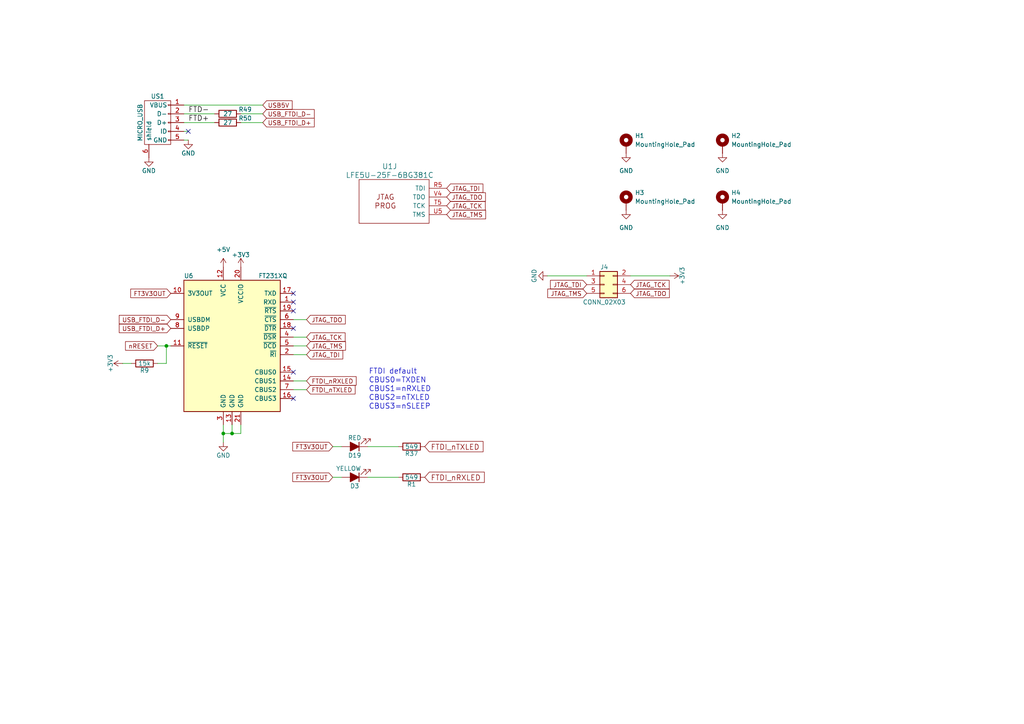
<source format=kicad_sch>
(kicad_sch (version 20250114) (generator "eeschema") (generator_version "9.0")
  (paper "A4")
  (title_block (title "USB Programming Interface - JTAG") (date "2025-11-30") (rev "1.0.0") (comment 1 "lines.") (comment 2 "activity LEDs. External 6-pin JTAG header as backup. 27Ω series resistors on USB data") (comment 3 "JTAG signals bit-banged over serial pins (CTS→TDO, DSR→TCK, DCD→TMS, RI→TDI). TX/RX") (comment 4 "USB Micro-USB connector for power and programming. FT231XQ USB-to-serial chip with"))
  (lib_symbols
    (symbol "Connector_Generic:Conn_02x03_Odd_Even" (pin_names (offset 1.016) (hide yes))
      (property "Reference" "J" (at 1.27 5.08 0))
      (property "Value" "Conn_02x03_Odd_Even" (at 1.27 -5.08 0))
      (symbol "Conn_02x03_Odd_Even_1_1"
        (pin passive line (at -5.08 2.54 0) (length 3.81) (name "Pin_1") (number "1"))
        (pin passive line (at -5.08 0 0) (length 3.81) (name "Pin_3") (number "3"))
        (pin passive line (at -5.08 -2.54 0) (length 3.81) (name "Pin_5") (number "5"))
        (pin passive line (at 7.62 2.54 180) (length 3.81) (name "Pin_2") (number "2"))
        (pin passive line (at 7.62 0 180) (length 3.81) (name "Pin_4") (number "4"))
        (pin passive line (at 7.62 -2.54 180) (length 3.81) (name "Pin_6") (number "6"))
      )
    )
    (symbol "Device:LED_ALT" (pin_numbers (hide yes)) (pin_names (offset 1.016) (hide yes))
      (property "Reference" "D" (at 0 2.54 0))
      (property "Value" "Device_LED_ALT" (at 0 -2.54 0))
      (symbol "LED_ALT_1_1"
        (pin passive line (at -3.81 0 0) (length 2.54) (name "K") (number "1"))
        (pin passive line (at 3.81 0 180) (length 2.54) (name "A") (number "2"))
      )
    )
    (symbol "Device:R" (pin_numbers (hide yes)) (pin_names (offset 0))
      (property "Reference" "R" (at 2.032 0 90))
      (property "Value" "R" (at 0 0 90))
      (symbol "R_1_1"
        (pin passive line (at 0 3.81 270) (length 1.27) (name "~") (number "1"))
        (pin passive line (at 0 -3.81 90) (length 1.27) (name "~") (number "2"))
      )
    )
    (symbol "Mechanical:MountingHole_Pad" (pin_numbers (hide yes)) (pin_names (offset 1.016) (hide yes)) (in_bom no)
      (property "Reference" "H" (at 0 6.35 0))
      (property "Value" "MountingHole_Pad" (at 0 4.445 0))
      (symbol "MountingHole_Pad_1_1"
        (pin input line (at 0 -2.54 90) (length 2.54) (name "1") (number "1"))
      )
    )
    (symbol "ftdi:FT231XQ" (pin_names (offset 1.016))
      (property "Reference" "U" (at -13.97 20.32 0))
      (property "Value" "FT231XQ" (at 6.35 20.32 0))
      (symbol "FT231XQ_1_1"
        (pin power_out line (at -17.78 15.24 0) (length 3.81) (name "3V3OUT") (number "10"))
        (pin bidirectional line (at -17.78 7.62 0) (length 3.81) (name "USBDM") (number "9"))
        (pin bidirectional line (at -17.78 5.08 0) (length 3.81) (name "USBDP") (number "8"))
        (pin input line (at -17.78 0 0) (length 3.81) (name "~{RESET}") (number "11"))
        (pin power_in line (at -2.54 22.86 270) (length 3.81) (name "VCC") (number "12"))
        (pin power_in line (at -2.54 -22.86 90) (length 3.81) (name "GND") (number "3"))
        (pin power_in line (at 0 -22.86 90) (length 3.81) (name "GND") (number "13"))
        (pin power_in line (at 2.54 22.86 270) (length 3.81) (name "VCCIO") (number "20"))
        (pin power_in line (at 2.54 -22.86 90) (length 3.81) (name "GND") (number "21"))
        (pin output line (at 17.78 15.24 180) (length 3.81) (name "TXD") (number "17"))
        (pin input line (at 17.78 12.7 180) (length 3.81) (name "RXD") (number "1"))
        (pin input line (at 17.78 10.16 180) (length 3.81) (name "~{RTS}") (number "19"))
        (pin input line (at 17.78 7.62 180) (length 3.81) (name "~{CTS}") (number "6"))
        (pin output line (at 17.78 5.08 180) (length 3.81) (name "~{DTR}") (number "18"))
        (pin output line (at 17.78 2.54 180) (length 3.81) (name "~{DSR}") (number "4"))
        (pin input line (at 17.78 0 180) (length 3.81) (name "~{DCD}") (number "5"))
        (pin input line (at 17.78 -2.54 180) (length 3.81) (name "~{RI}") (number "2"))
        (pin bidirectional line (at 17.78 -7.62 180) (length 3.81) (name "CBUS0") (number "15"))
        (pin bidirectional line (at 17.78 -10.16 180) (length 3.81) (name "CBUS1") (number "14"))
        (pin bidirectional line (at 17.78 -12.7 180) (length 3.81) (name "CBUS2") (number "7"))
        (pin bidirectional line (at 17.78 -15.24 180) (length 3.81) (name "CBUS3") (number "16"))
      )
    )
    (symbol "lfe5bg381:LFE5UM-85F-6BG381C" (pin_names (offset 1.016))
      (property "Reference" "U" (at 0 24.13 0))
      (property "Value" "LFE5UM-85F-6BG381C" (at 0 21.59 0))
      (symbol "LFE5UM-85F-6BG381C_1_1"
        (text "BANK0" (at 0 -19.05 0) (effects (font (size 1.524 1.524))))
        (pin input line (at -19.05 17.78 0) (length 5.08) (name "PCLKT0_0") (number "B11"))
        (pin input line (at -19.05 15.24 0) (length 5.08) (name "PCLKT0_1") (number "A10"))
        (pin input line (at -19.05 12.7 0) (length 5.08) (name "GR_PCLK0_1") (number "A9"))
        (pin input line (at -19.05 10.16 0) (length 5.08) (name "PT58A") (number "B9"))
        (pin input line (at -19.05 7.62 0) (length 5.08) (name "PT20A") (number "D9"))
        (pin input line (at -19.05 5.08 0) (length 5.08) (name "PT18A") (number "A7"))
        (pin input line (at -19.05 2.54 0) (length 5.08) (name "PT15A") (number "C8"))
        (pin input line (at -19.05 0 0) (length 5.08) (name "PT13A") (number "E8"))
        (pin input line (at -19.05 -2.54 0) (length 5.08) (name "PT11A") (number "C6"))
        (pin input line (at -19.05 -5.08 0) (length 5.08) (name "PT9A") (number "E7"))
        (pin input line (at -19.05 -7.62 0) (length 5.08) (name "PT6A") (number "E6"))
        (pin input line (at -19.05 -10.16 0) (length 5.08) (name "PT4A") (number "A6"))
        (pin input line (at -19.05 -12.7 0) (length 5.08) (name "PT56A") (number "D10"))
        (pin input line (at -19.05 -15.24 0) (length 5.08) (name "PT54A") (number "C9"))
        (pin input line (at 19.05 17.78 180) (length 5.08) (name "PCLKC0_0") (number "C11"))
        (pin input line (at 19.05 15.24 180) (length 5.08) (name "PCLKC0_1") (number "A11"))
        (pin input line (at 19.05 12.7 180) (length 5.08) (name "GR_PCLK0_0") (number "B10"))
        (pin input line (at 19.05 10.16 180) (length 5.08) (name "PT58B") (number "C10"))
        (pin input line (at 19.05 7.62 180) (length 5.08) (name "PT20B") (number "E9"))
        (pin input line (at 19.05 5.08 180) (length 5.08) (name "PT18B") (number "A8"))
        (pin input line (at 19.05 2.54 180) (length 5.08) (name "PT15B") (number "B8"))
        (pin input line (at 19.05 0 180) (length 5.08) (name "PT13B") (number "D8"))
        (pin input line (at 19.05 -2.54 180) (length 5.08) (name "PT11B") (number "C7"))
        (pin input line (at 19.05 -5.08 180) (length 5.08) (name "PT9B") (number "D7"))
        (pin input line (at 19.05 -7.62 180) (length 5.08) (name "PT6B") (number "D6"))
        (pin input line (at 19.05 -10.16 180) (length 5.08) (name "PT4B") (number "B6"))
        (pin input line (at 19.05 -12.7 180) (length 5.08) (name "PT56B") (number "E10"))
      )
      (symbol "LFE5UM-85F-6BG381C_2_0"
        (text "BANK1" (at 0 -26.67 0) (effects (font (size 1.524 1.524))))
      )
      (symbol "LFE5UM-85F-6BG381C_2_1"
        (pin input line (at -19.05 17.78 0) (length 5.08) (name "PT121A") (number "A19"))
        (pin input line (at -19.05 15.24 0) (length 5.08) (name "PT119A") (number "A18"))
        (pin input line (at -19.05 12.7 0) (length 5.08) (name "PT116A") (number "A17"))
        (pin input line (at -19.05 10.16 0) (length 5.08) (name "PT114A") (number "B17"))
        (pin input line (at -19.05 7.62 0) (length 5.08) (name "PT112A") (number "C16"))
        (pin input line (at -19.05 5.08 0) (length 5.08) (name "PT110A") (number "A16"))
        (pin input line (at -19.05 2.54 0) (length 5.08) (name "PT107A") (number "D15"))
        (pin input line (at -19.05 0 0) (length 5.08) (name "PT105A") (number "B15"))
        (pin input line (at -19.05 -2.54 0) (length 5.08) (name "PT85A") (number "D14"))
        (pin input line (at -19.05 -5.08 0) (length 5.08) (name "PT83A") (number "A14"))
        (pin input line (at -19.05 -7.62 0) (length 5.08) (name "PT80A") (number "D13"))
        (pin input line (at -19.05 -10.16 0) (length 5.08) (name "PT78A") (number "B13"))
        (pin input line (at -19.05 -12.7 0) (length 5.08) (name "PT76A") (number "A12"))
        (pin input line (at -19.05 -15.24 0) (length 5.08) (name "GR_PCLK1_0") (number "D12"))
        (pin input line (at -19.05 -17.78 0) (length 5.08) (name "PCLKT1_0") (number "B12"))
        (pin input line (at -19.05 -20.32 0) (length 5.08) (name "PCLKT1_1") (number "D11"))
        (pin input line (at -19.05 -22.86 0) (length 5.08) (name "PT103A") (number "A15"))
        (pin input line (at 19.05 17.78 180) (length 5.08) (name "PT121B") (number "B20"))
        (pin input line (at 19.05 15.24 180) (length 5.08) (name "PT119B") (number "B19"))
        (pin input line (at 19.05 12.7 180) (length 5.08) (name "PT116B") (number "B18"))
        (pin input line (at 19.05 10.16 180) (length 5.08) (name "PT114B") (number "C17"))
        (pin input line (at 19.05 7.62 180) (length 5.08) (name "PT112B") (number "D16"))
        (pin input line (at 19.05 5.08 180) (length 5.08) (name "PT110B") (number "B16"))
        (pin input line (at 19.05 2.54 180) (length 5.08) (name "PT107B") (number "E15"))
        (pin input line (at 19.05 0 180) (length 5.08) (name "PT105B") (number "C15"))
        (pin input line (at 19.05 -2.54 180) (length 5.08) (name "PT85B") (number "E14"))
        (pin input line (at 19.05 -5.08 180) (length 5.08) (name "PT83B") (number "C14"))
        (pin input line (at 19.05 -7.62 180) (length 5.08) (name "PT80B") (number "E13"))
        (pin input line (at 19.05 -10.16 180) (length 5.08) (name "PT78B") (number "C13"))
        (pin input line (at 19.05 -12.7 180) (length 5.08) (name "PT76B") (number "A13"))
        (pin input line (at 19.05 -15.24 180) (length 5.08) (name "GR_PCLK1_1") (number "E12"))
        (pin input line (at 19.05 -17.78 180) (length 5.08) (name "PCLKC1_0") (number "C12"))
        (pin input line (at 19.05 -20.32 180) (length 5.08) (name "PCLKC1_1") (number "E11"))
      )
      (symbol "LFE5UM-85F-6BG381C_3_0"
        (text "BANK2" (at 0 -26.67 0) (effects (font (size 1.524 1.524))))
      )
      (symbol "LFE5UM-85F-6BG381C_3_1"
        (pin input line (at -19.05 17.78 0) (length 5.08) (name "PCLKT2_0") (number "J20"))
        (pin input line (at -19.05 15.24 0) (length 5.08) (name "PCLKT2_1") (number "J19"))
        (pin input line (at -19.05 12.7 0) (length 5.08) (name "GR_PCLK2_0") (number "J18"))
        (pin input line (at -19.05 10.16 0) (length 5.08) (name "GR_PCLK2_1") (number "G19"))
        (pin input line (at -19.05 7.62 0) (length 5.08) (name "PR38C") (number "F20"))
        (pin input line (at -19.05 5.08 0) (length 5.08) (name "PR38A") (number "E20"))
        (pin input line (at -19.05 2.54 0) (length 5.08) (name "VREF1_2") (number "D20"))
        (pin input line (at -19.05 0 0) (length 5.08) (name "PR35A") (number "C20"))
        (pin input line (at -19.05 -2.54 0) (length 5.08) (name "PR20C") (number "J17"))
        (pin input line (at -19.05 -5.08 0) (length 5.08) (name "PR20A") (number "H18"))
        (pin input line (at -19.05 -7.62 0) (length 5.08) (name "PR17C") (number "G16"))
        (pin input line (at -19.05 -10.16 0) (length 5.08) (name "PR17A") (number "F17"))
        (pin input line (at -19.05 -12.7 0) (length 5.08) (name "PR14C") (number "E18"))
        (pin input line (at -19.05 -15.24 0) (length 5.08) (name "PR14A") (number "D18"))
        (pin input line (at -19.05 -17.78 0) (length 5.08) (name "PR11C") (number "E16"))
        (pin input line (at -19.05 -20.32 0) (length 5.08) (name "PR11A") (number "C18"))
        (pin input line (at -19.05 -22.86 0) (length 5.08) (name "PR29A") (number "K16"))
        (pin input line (at 19.05 17.78 180) (length 5.08) (name "PCLKC2_0") (number "K20"))
        (pin input line (at 19.05 15.24 180) (length 5.08) (name "PCLKC2_1") (number "K19"))
        (pin input line (at 19.05 12.7 180) (length 5.08) (name "PR41D") (number "K18"))
        (pin input line (at 19.05 10.16 180) (length 5.08) (name "PR41B") (number "H20"))
        (pin input line (at 19.05 7.62 180) (length 5.08) (name "PR38D") (number "G20"))
        (pin input line (at 19.05 5.08 180) (length 5.08) (name "PR38B") (number "F19"))
        (pin input line (at 19.05 2.54 180) (length 5.08) (name "PR35D") (number "E19"))
        (pin input line (at 19.05 0 180) (length 5.08) (name "PR35B") (number "D19"))
        (pin input line (at 19.05 -2.54 180) (length 5.08) (name "PR20D") (number "J16"))
        (pin input line (at 19.05 -5.08 180) (length 5.08) (name "PR20B") (number "H17"))
        (pin input line (at 19.05 -7.62 180) (length 5.08) (name "PR17D") (number "H16"))
        (pin input line (at 19.05 -10.16 180) (length 5.08) (name "PR17B") (number "G18"))
        (pin input line (at 19.05 -12.7 180) (length 5.08) (name "PR14D") (number "F18"))
        (pin input line (at 19.05 -15.24 180) (length 5.08) (name "PR14B") (number "E17"))
        (pin input line (at 19.05 -17.78 180) (length 5.08) (name "PR11D") (number "F16"))
        (pin input line (at 19.05 -20.32 180) (length 5.08) (name "PR11B") (number "D17"))
        (pin input line (at 19.05 -22.86 180) (length 5.08) (name "PR29B") (number "K17"))
      )
      (symbol "LFE5UM-85F-6BG381C_4_0"
        (text "BANK3" (at 0 -26.67 0) (effects (font (size 1.524 1.524))))
      )
      (symbol "LFE5UM-85F-6BG381C_4_1"
        (pin input line (at -19.05 17.78 0) (length 5.08) (name "GPLL0T_IN") (number "U16"))
        (pin input line (at -19.05 15.24 0) (length 5.08) (name "PR92A") (number "U18"))
        (pin input line (at -19.05 12.7 0) (length 5.08) (name "PR89C") (number "U19"))
        (pin input line (at -19.05 10.16 0) (length 5.08) (name "PR89A") (number "T19"))
        (pin input line (at -19.05 7.62 0) (length 5.08) (name "PR86C") (number "T20"))
        (pin input line (at -19.05 5.08 0) (length 5.08) (name "PR86A") (number "P20"))
        (pin input line (at -19.05 2.54 0) (length 5.08) (name "PR83C") (number "P19"))
        (pin input line (at -19.05 0 0) (length 5.08) (name "PR83A") (number "N19"))
        (pin input line (at -19.05 -2.54 0) (length 5.08) (name "PR56C") (number "R16"))
        (pin input line (at -19.05 -5.08 0) (length 5.08) (name "PR56A") (number "N17"))
        (pin input line (at -19.05 -7.62 0) (length 5.08) (name "PR53C") (number "N18"))
        (pin input line (at -19.05 -10.16 0) (length 5.08) (name "PR53A") (number "N16"))
        (pin input line (at -19.05 -12.7 0) (length 5.08) (name "GR_PCLK3_1") (number "L18"))
        (pin input line (at -19.05 -15.24 0) (length 5.08) (name "GR_PCLK3_0") (number "L16"))
        (pin input line (at -19.05 -17.78 0) (length 5.08) (name "PCLKT3_0") (number "L19"))
        (pin input line (at -19.05 -20.32 0) (length 5.08) (name "PCLKT3_1") (number "L20"))
        (pin input line (at -19.05 -22.86 0) (length 5.08) (name "PR77A") (number "T16"))
        (pin input line (at 19.05 17.78 180) (length 5.08) (name "GPLL0C_IN") (number "T17"))
        (pin input line (at 19.05 15.24 180) (length 5.08) (name "PR92B") (number "U17"))
        (pin input line (at 19.05 12.7 180) (length 5.08) (name "PR89D") (number "T18"))
        (pin input line (at 19.05 10.16 180) (length 5.08) (name "PR89B") (number "R18"))
        (pin input line (at 19.05 7.62 180) (length 5.08) (name "PR86D") (number "U20"))
        (pin input line (at 19.05 5.08 180) (length 5.08) (name "PR86B") (number "R20"))
        (pin input line (at 19.05 2.54 180) (length 5.08) (name "PR83D") (number "P18"))
        (pin input line (at 19.05 0 180) (length 5.08) (name "PR83B") (number "N20"))
        (pin input line (at 19.05 -2.54 180) (length 5.08) (name "PR56D") (number "R17"))
        (pin input line (at 19.05 -5.08 180) (length 5.08) (name "VREF1_3") (number "P16"))
        (pin input line (at 19.05 -7.62 180) (length 5.08) (name "PR53D") (number "P17"))
        (pin input line (at 19.05 -10.16 180) (length 5.08) (name "PR53B") (number "M17"))
        (pin input line (at 19.05 -12.7 180) (length 5.08) (name "PR50D") (number "M18"))
        (pin input line (at 19.05 -15.24 180) (length 5.08) (name "PR50B") (number "L17"))
        (pin input line (at 19.05 -17.78 180) (length 5.08) (name "PCLKC3_0") (number "M19"))
        (pin input line (at 19.05 -20.32 180) (length 5.08) (name "PCLKC3_1") (number "M20"))
      )
      (symbol "LFE5UM-85F-6BG381C_5_0"
        (text "BANK6" (at 0 -26.67 0) (effects (font (size 1.524 1.524))))
      )
      (symbol "LFE5UM-85F-6BG381C_5_1"
        (pin input line (at -19.05 17.78 0) (length 5.08) (name "PCLKT6_0") (number "H2"))
        (pin input line (at -19.05 15.24 0) (length 5.08) (name "PCLKT6_1") (number "G2"))
        (pin input line (at -19.05 12.7 0) (length 5.08) (name "GR_PCLK6_1") (number "J3"))
        (pin input line (at -19.05 10.16 0) (length 5.08) (name "GR_PCLK6_0") (number "J4"))
        (pin input line (at -19.05 7.62 0) (length 5.08) (name "PL53C") (number "H1"))
        (pin input line (at -19.05 5.08 0) (length 5.08) (name "PL53A") (number "K2"))
        (pin input line (at -19.05 2.54 0) (length 5.08) (name "PL56C") (number "L4"))
        (pin input line (at -19.05 0 0) (length 5.08) (name "PL56A") (number "K4"))
        (pin input line (at -19.05 -2.54 0) (length 5.08) (name "PL83C") (number "N4"))
        (pin input line (at -19.05 -5.08 0) (length 5.08) (name "PL83A") (number "M4"))
        (pin input line (at -19.05 -7.62 0) (length 5.08) (name "PL86C") (number "L3"))
        (pin input line (at -19.05 -10.16 0) (length 5.08) (name "PL86A") (number "N3"))
        (pin input line (at -19.05 -12.7 0) (length 5.08) (name "PL65C") (number "L1"))
        (pin input line (at -19.05 -15.24 0) (length 5.08) (name "PL65A") (number "N2"))
        (pin input line (at -19.05 -17.78 0) (length 5.08) (name "GPLL0T_IN") (number "P3"))
        (pin input line (at -19.05 -20.32 0) (length 5.08) (name "PL92A") (number "P1"))
        (pin input line (at -19.05 -22.86 0) (length 5.08) (name "PL77A") (number "M5"))
        (pin input line (at 19.05 17.78 180) (length 5.08) (name "PCLKC6_0") (number "G1"))
        (pin input line (at 19.05 15.24 180) (length 5.08) (name "PCLKC6_1") (number "F1"))
        (pin input line (at 19.05 12.7 180) (length 5.08) (name "PL50D") (number "K3"))
        (pin input line (at 19.05 10.16 180) (length 5.08) (name "PL50B") (number "J5"))
        (pin input line (at 19.05 7.62 180) (length 5.08) (name "PL53D") (number "K1"))
        (pin input line (at 19.05 5.08 180) (length 5.08) (name "PL53B") (number "J1"))
        (pin input line (at 19.05 2.54 180) (length 5.08) (name "PL56D") (number "L5"))
        (pin input line (at 19.05 0 180) (length 5.08) (name "VREF1_6") (number "K5"))
        (pin input line (at 19.05 -2.54 180) (length 5.08) (name "PL83D") (number "P5"))
        (pin input line (at 19.05 -5.08 180) (length 5.08) (name "PL83B") (number "N5"))
        (pin input line (at 19.05 -7.62 180) (length 5.08) (name "PL86D") (number "L2"))
        (pin input line (at 19.05 -10.16 180) (length 5.08) (name "PL86B") (number "M3"))
        (pin input line (at 19.05 -12.7 180) (length 5.08) (name "PL89D") (number "N1"))
        (pin input line (at 19.05 -15.24 180) (length 5.08) (name "PL89B") (number "M1"))
        (pin input line (at 19.05 -17.78 180) (length 5.08) (name "GPLL0C_IN") (number "P4"))
        (pin input line (at 19.05 -20.32 180) (length 5.08) (name "PL92B") (number "P2"))
      )
      (symbol "LFE5UM-85F-6BG381C_6_0"
        (text "BANK7" (at 0 -24.13 0) (effects (font (size 1.524 1.524))))
      )
      (symbol "LFE5UM-85F-6BG381C_6_1"
        (pin input line (at -19.05 17.78 0) (length 5.08) (name "PL11C") (number "B5"))
        (pin input line (at -19.05 15.24 0) (length 5.08) (name "PL11A") (number "A4"))
        (pin input line (at -19.05 12.7 0) (length 5.08) (name "PL14C") (number "A3"))
        (pin input line (at -19.05 10.16 0) (length 5.08) (name "PL14A") (number "C4"))
        (pin input line (at -19.05 7.62 0) (length 5.08) (name "PL17C") (number "C3"))
        (pin input line (at -19.05 5.08 0) (length 5.08) (name "PL17A") (number "E4"))
        (pin input line (at -19.05 2.54 0) (length 5.08) (name "PL20C") (number "E5"))
        (pin input line (at -19.05 0 0) (length 5.08) (name "PL20A") (number "F4"))
        (pin input line (at -19.05 -2.54 0) (length 5.08) (name "VREF1_7") (number "B2"))
        (pin input line (at -19.05 -5.08 0) (length 5.08) (name "PL35A") (number "A2"))
        (pin input line (at -19.05 -7.62 0) (length 5.08) (name "PL38C") (number "D2"))
        (pin input line (at -19.05 -10.16 0) (length 5.08) (name "PL38A") (number "C1"))
        (pin input line (at -19.05 -12.7 0) (length 5.08) (name "GR_PCLK7_0") (number "H5"))
        (pin input line (at -19.05 -15.24 0) (length 5.08) (name "GR_PCLK7_1") (number "H4"))
        (pin input line (at -19.05 -17.78 0) (length 5.08) (name "PCLKT7_0") (number "F2"))
        (pin input line (at -19.05 -20.32 0) (length 5.08) (name "PCLKT7_1") (number "G3"))
        (pin input line (at 19.05 17.78 180) (length 5.08) (name "PL11D") (number "C5"))
        (pin input line (at 19.05 15.24 180) (length 5.08) (name "PL11B") (number "A5"))
        (pin input line (at 19.05 12.7 180) (length 5.08) (name "PL14D") (number "B3"))
        (pin input line (at 19.05 10.16 180) (length 5.08) (name "PL14B") (number "B4"))
        (pin input line (at 19.05 7.62 180) (length 5.08) (name "PL17D") (number "D3"))
        (pin input line (at 19.05 5.08 180) (length 5.08) (name "PL17B") (number "D5"))
        (pin input line (at 19.05 2.54 180) (length 5.08) (name "PL20D") (number "F5"))
        (pin input line (at 19.05 0 180) (length 5.08) (name "PL20B") (number "E3"))
        (pin input line (at 19.05 -2.54 180) (length 5.08) (name "PL35D") (number "C2"))
        (pin input line (at 19.05 -5.08 180) (length 5.08) (name "PL35B") (number "B1"))
        (pin input line (at 19.05 -7.62 180) (length 5.08) (name "PL38D") (number "E1"))
        (pin input line (at 19.05 -10.16 180) (length 5.08) (name "PL38B") (number "D1"))
        (pin input line (at 19.05 -12.7 180) (length 5.08) (name "PL41D") (number "H3"))
        (pin input line (at 19.05 -15.24 180) (length 5.08) (name "PL41B") (number "G5"))
        (pin input line (at 19.05 -17.78 180) (length 5.08) (name "PCLKC7_0") (number "E2"))
        (pin input line (at 19.05 -20.32 180) (length 5.08) (name "PCLKC7_1") (number "F3"))
      )
      (symbol "LFE5UM-85F-6BG381C_7_0"
        (text "BANK8" (at 0 -24.13 0) (effects (font (size 1.524 1.524))))
      )
      (symbol "LFE5UM-85F-6BG381C_7_1"
        (pin input line (at -19.05 17.78 0) (length 5.08) (name "D7") (number "R1"))
        (pin input line (at -19.05 15.24 0) (length 5.08) (name "D5/MISO2") (number "U1"))
        (pin input line (at -19.05 12.7 0) (length 5.08) (name "D3/HOLDn") (number "W1"))
        (pin input line (at -19.05 10.16 0) (length 5.08) (name "D1/MISO") (number "V2"))
        (pin input line (at -19.05 7.62 0) (length 5.08) (name "SN/CSn") (number "T2"))
        (pin input line (at -19.05 5.08 0) (length 5.08) (name "CSSPIN") (number "R2"))
        (pin input line (at -19.05 2.54 0) (length 5.08) (name "INITn") (number "V3"))
        (pin input line (at -19.05 0 0) (length 5.08) (name "PROGRAMn") (number "W3"))
        (pin input line (at -19.05 -2.54 0) (length 5.08) (name "WRITEn") (number "T3"))
        (pin input line (at -19.05 -5.08 0) (length 5.08) (name "CCLK") (number "U3"))
        (pin input line (at -19.05 -7.62 0) (length 5.08) (name "DONE") (number "Y3"))
        (pin input line (at -19.05 -10.16 0) (length 5.08) (name "CFG_2") (number "R4"))
        (pin input line (at -19.05 -12.7 0) (length 5.08) (name "CFG_1") (number "T4"))
        (pin input line (at -19.05 -15.24 0) (length 5.08) (name "CFG_0") (number "U4"))
        (pin input line (at 19.05 17.78 180) (length 5.08) (name "D6") (number "T1"))
        (pin input line (at 19.05 15.24 180) (length 5.08) (name "D4/MOSI2") (number "V1"))
        (pin input line (at 19.05 12.7 180) (length 5.08) (name "D2/WPn") (number "Y2"))
        (pin input line (at 19.05 10.16 180) (length 5.08) (name "D0/MOSI") (number "W2"))
        (pin input line (at 19.05 7.62 180) (length 5.08) (name "CS1n") (number "U2"))
        (pin input line (at 19.05 5.08 180) (length 5.08) (name "DOUT/CSOn") (number "R3"))
      )
      (symbol "LFE5UM-85F-6BG381C_8_0"
        (text "BANK50,51" (at 0 -27.94 0) (effects (font (size 1.524 1.524))))
        (text "SERDES" (at 0 -30.48 0) (effects (font (size 1.524 1.524))))
      )
      (symbol "LFE5UM-85F-6BG381C_8_1"
        (pin input line (at -21.59 22.86 0) (length 5.08) (name "REFCLKP_D0") (number "Y11"))
        (pin input line (at -21.59 20.32 0) (length 5.08) (name "HDTXP0_D0CH0") (number "W4"))
        (pin input line (at -21.59 17.78 0) (length 5.08) (name "HDRXP0_D0CH0") (number "Y5"))
        (pin input line (at -21.59 15.24 0) (length 5.08) (name "HDTXP0_D0CH1") (number "W8"))
        (pin input line (at -21.59 12.7 0) (length 5.08) (name "HDRXP0_D0CH1") (number "Y7"))
        (pin input line (at -21.59 8.89 0) (length 5.08) (name "VCCHTX0_D0CH0") (number "T7"))
        (pin input line (at -21.59 6.35 0) (length 5.08) (name "VCCHRX0_D0CH0") (number "T8"))
        (pin input line (at -21.59 3.81 0) (length 5.08) (name "VCCA0") (number "T6"))
        (pin input line (at -21.59 1.27 0) (length 5.08) (name "VCCA0") (number "U6"))
        (pin input line (at -21.59 -2.54 0) (length 5.08) (name "VCCA1") (number "T15"))
        (pin input line (at -21.59 -5.08 0) (length 5.08) (name "VCCA1") (number "U15"))
        (pin input line (at -21.59 -7.62 0) (length 5.08) (name "VCCHTX0_D1CH0") (number "T11"))
        (pin input line (at -21.59 -10.16 0) (length 5.08) (name "VCCHRX0_D1CH0") (number "T12"))
        (pin input line (at -21.59 -13.97 0) (length 5.08) (name "REFCLKP_D1") (number "Y19"))
        (pin input line (at -21.59 -16.51 0) (length 5.08) (name "HDTXP0_D1CH0") (number "W13"))
        (pin input line (at -21.59 -19.05 0) (length 5.08) (name "HDRXP0_D1CH0") (number "Y14"))
        (pin input line (at -21.59 -21.59 0) (length 5.08) (name "HDTXP0_D1CH1") (number "W17"))
        (pin input line (at -21.59 -24.13 0) (length 5.08) (name "HDRXP0_D1CH1") (number "Y16"))
        (pin input line (at 21.59 22.86 180) (length 5.08) (name "REFCLKN_D0") (number "Y12"))
        (pin input line (at 21.59 20.32 180) (length 5.08) (name "HDTXN0_D0CH0") (number "W5"))
        (pin input line (at 21.59 17.78 180) (length 5.08) (name "HDRXN0_D0CH0") (number "Y6"))
        (pin input line (at 21.59 15.24 180) (length 5.08) (name "HDTXN0_D0CH1") (number "W9"))
        (pin input line (at 21.59 12.7 180) (length 5.08) (name "HDRXN0_D0CH1") (number "Y8"))
        (pin input line (at 21.59 8.89 180) (length 5.08) (name "VCCHTX0_D0CH1") (number "T10"))
        (pin input line (at 21.59 6.35 180) (length 5.08) (name "VCCHRX0_D0CH1") (number "T9"))
        (pin input line (at 21.59 3.81 180) (length 5.08) (name "VCCAUXA0") (number "V10"))
        (pin input line (at 21.59 1.27 180) (length 5.08) (name "VCCAUXA0") (number "V11"))
        (pin input line (at 21.59 -2.54 180) (length 5.08) (name "VCCAUXA1") (number "V17"))
        (pin input line (at 21.59 -5.08 180) (length 5.08) (name "VCCAUXA1") (number "V18"))
        (pin input line (at 21.59 -7.62 180) (length 5.08) (name "VCCHTX0_D1CH1") (number "T14"))
        (pin input line (at 21.59 -10.16 180) (length 5.08) (name "VCCHRX0_D1CH1") (number "T13"))
        (pin input line (at 21.59 -13.97 180) (length 5.08) (name "REFCLKN_D1") (number "W20"))
        (pin input line (at 21.59 -16.51 180) (length 5.08) (name "HDTXN0_D1CH0") (number "W14"))
        (pin input line (at 21.59 -19.05 180) (length 5.08) (name "HDRXN0_D1CH0") (number "Y15"))
        (pin input line (at 21.59 -21.59 180) (length 5.08) (name "HDTXN0_D1CH1") (number "W18"))
        (pin input line (at 21.59 -24.13 180) (length 5.08) (name "HDRXN0_D1CH1") (number "Y17"))
      )
      (symbol "LFE5UM-85F-6BG381C_9_1"
        (text "POWER" (at 0 3.81 0) (effects (font (size 1.524 1.524))))
        (pin input line (at -106.68 16.51 270) (length 5.08) (name "VCC") (number "H13"))
        (pin input line (at -104.14 16.51 270) (length 5.08) (name "VCC") (number "J13"))
        (pin input line (at -101.6 16.51 270) (length 5.08) (name "VCC") (number "K13"))
        (pin input line (at -99.06 16.51 270) (length 5.08) (name "VCC") (number "L13"))
        (pin input line (at -97.79 -17.78 90) (length 5.08) (name "GND") (number "C19"))
        (pin input line (at -96.52 16.51 270) (length 5.08) (name "VCC") (number "M13"))
        (pin input line (at -95.25 -17.78 90) (length 5.08) (name "GND") (number "H19"))
        (pin input line (at -93.98 16.51 270) (length 5.08) (name "VCC") (number "N13"))
        (pin input line (at -92.71 -17.78 90) (length 5.08) (name "GND") (number "R19"))
        (pin input line (at -91.44 16.51 270) (length 5.08) (name "VCC") (number "H12"))
        (pin input line (at -90.17 -17.78 90) (length 5.08) (name "GND") (number "G17"))
        (pin input line (at -88.9 16.51 270) (length 5.08) (name "VCC") (number "N12"))
        (pin input line (at -87.63 -17.78 90) (length 5.08) (name "GND") (number "M16"))
        (pin input line (at -86.36 16.51 270) (length 5.08) (name "VCC") (number "H11"))
        (pin input line (at -85.09 -17.78 90) (length 5.08) (name "GND") (number "G15"))
        (pin input line (at -83.82 16.51 270) (length 5.08) (name "VCC") (number "N11"))
        (pin input line (at -82.55 -17.78 90) (length 5.08) (name "GND") (number "K15"))
        (pin input line (at -81.28 16.51 270) (length 5.08) (name "VCC") (number "H10"))
        (pin input line (at -80.01 -17.78 90) (length 5.08) (name "GND") (number "N15"))
        (pin input line (at -78.74 16.51 270) (length 5.08) (name "VCC") (number "N10"))
        (pin input line (at -77.47 -17.78 90) (length 5.08) (name "GND") (number "B14"))
        (pin input line (at -76.2 16.51 270) (length 5.08) (name "VCC") (number "H9"))
        (pin input line (at -74.93 -17.78 90) (length 5.08) (name "GND") (number "F14"))
        (pin input line (at -73.66 16.51 270) (length 5.08) (name "VCC") (number "N9"))
        (pin input line (at -72.39 -17.78 90) (length 5.08) (name "GND") (number "G14"))
        (pin input line (at -71.12 16.51 270) (length 5.08) (name "VCC") (number "H8"))
        (pin input line (at -69.85 -17.78 90) (length 5.08) (name "GND") (number "J14"))
        (pin input line (at -68.58 16.51 270) (length 5.08) (name "VCC") (number "J8"))
        (pin input line (at -67.31 -17.78 90) (length 5.08) (name "GND") (number "K14"))
        (pin input line (at -66.04 16.51 270) (length 5.08) (name "VCC") (number "K8"))
        (pin input line (at -64.77 -17.78 90) (length 5.08) (name "GND") (number "M14"))
        (pin input line (at -63.5 16.51 270) (length 5.08) (name "VCC") (number "L8"))
        (pin input line (at -62.23 -17.78 90) (length 5.08) (name "GND") (number "N14"))
        (pin input line (at -60.96 16.51 270) (length 5.08) (name "VCC") (number "M8"))
        (pin input line (at -59.69 -17.78 90) (length 5.08) (name "GND") (number "P14"))
        (pin input line (at -58.42 16.51 270) (length 5.08) (name "VCC") (number "N8"))
        (pin input line (at -57.15 -17.78 90) (length 5.08) (name "GND") (number "F13"))
        (pin input line (at -54.61 -17.78 90) (length 5.08) (name "GND") (number "G13"))
        (pin input line (at -53.34 16.51 270) (length 5.08) (name "VCCAUX") (number "F15"))
        (pin input line (at -52.07 -17.78 90) (length 5.08) (name "GND") (number "P13"))
        (pin input line (at -50.8 16.51 270) (length 5.08) (name "VCCAUX") (number "P15"))
        (pin input line (at -49.53 -17.78 90) (length 5.08) (name "GND") (number "G12"))
        (pin input line (at -48.26 16.51 270) (length 5.08) (name "VCCAUX") (number "F6"))
        (pin input line (at -46.99 -17.78 90) (length 5.08) (name "GND") (number "J12"))
        (pin input line (at -45.72 16.51 270) (length 5.08) (name "VCCAUX") (number "P6"))
        (pin input line (at -44.45 -17.78 90) (length 5.08) (name "GND") (number "K12"))
        (pin input line (at -41.91 -17.78 90) (length 5.08) (name "GND") (number "L12"))
        (pin input line (at -40.64 16.51 270) (length 5.08) (name "VCCio0") (number "F10"))
        (pin input line (at -39.37 -17.78 90) (length 5.08) (name "GND") (number "M12"))
        (pin input line (at -38.1 16.51 270) (length 5.08) (name "VCCio0") (number "F9"))
        (pin input line (at -36.83 -17.78 90) (length 5.08) (name "GND") (number "P12"))
        (pin input line (at -34.29 -17.78 90) (length 5.08) (name "GND") (number "G11"))
        (pin input line (at -33.02 16.51 270) (length 5.08) (name "VCCio1") (number "F12"))
        (pin input line (at -31.75 -17.78 90) (length 5.08) (name "GND") (number "J11"))
        (pin input line (at -30.48 16.51 270) (length 5.08) (name "VCCio1") (number "F11"))
        (pin input line (at -29.21 -17.78 90) (length 5.08) (name "GND") (number "K11"))
        (pin input line (at -26.67 -17.78 90) (length 5.08) (name "GND") (number "L11"))
        (pin input line (at -25.4 16.51 270) (length 5.08) (name "VCCio2") (number "H15"))
        (pin input line (at -24.13 -17.78 90) (length 5.08) (name "GND") (number "M11"))
        (pin input line (at -22.86 16.51 270) (length 5.08) (name "VCCio2") (number "J15"))
        (pin input line (at -21.59 -17.78 90) (length 5.08) (name "GND") (number "P11"))
        (pin input line (at -20.32 16.51 270) (length 5.08) (name "VCCio2") (number "H14"))
        (pin input line (at -19.05 -17.78 90) (length 5.08) (name "GND") (number "G10"))
        (pin input line (at -16.51 -17.78 90) (length 5.08) (name "GND") (number "J10"))
        (pin input line (at -15.24 16.51 270) (length 5.08) (name "VCCio3") (number "L15"))
        (pin input line (at -13.97 -17.78 90) (length 5.08) (name "GND") (number "K10"))
        (pin input line (at -12.7 16.51 270) (length 5.08) (name "VCCio3") (number "M15"))
        (pin input line (at -11.43 -17.78 90) (length 5.08) (name "GND") (number "L10"))
        (pin input line (at -10.16 16.51 270) (length 5.08) (name "VCCio3") (number "L14"))
        (pin input line (at -8.89 -17.78 90) (length 5.08) (name "GND") (number "M10"))
        (pin input line (at -6.35 -17.78 90) (length 5.08) (name "GND") (number "G9"))
        (pin input line (at -3.81 -17.78 90) (length 5.08) (name "GND") (number "J9"))
        (pin input line (at -1.27 -17.78 90) (length 5.08) (name "GND") (number "K9"))
        (pin input line (at 1.27 -17.78 90) (length 5.08) (name "GND") (number "L9"))
        (pin input line (at 3.81 -17.78 90) (length 5.08) (name "GND") (number "M9"))
        (pin input line (at 6.35 -17.78 90) (length 5.08) (name "GND") (number "F8"))
        (pin input line (at 8.89 -17.78 90) (length 5.08) (name "GND") (number "G8"))
        (pin input line (at 11.43 -17.78 90) (length 5.08) (name "GND") (number "P8"))
        (pin input line (at 13.97 -17.78 90) (length 5.08) (name "GND") (number "B7"))
        (pin input line (at 16.51 16.51 270) (length 5.08) (name "VCCio6") (number "L7"))
        (pin input line (at 16.51 -17.78 90) (length 5.08) (name "GND") (number "F7"))
        (pin input line (at 19.05 16.51 270) (length 5.08) (name "VCCio6") (number "L6"))
        (pin input line (at 19.05 -17.78 90) (length 5.08) (name "GND") (number "G7"))
        (pin input line (at 21.59 16.51 270) (length 5.08) (name "VCCio6") (number "M6"))
        (pin input line (at 21.59 -17.78 90) (length 5.08) (name "GND") (number "J7"))
        (pin input line (at 24.13 -17.78 90) (length 5.08) (name "GND") (number "K7"))
        (pin input line (at 26.67 16.51 270) (length 5.08) (name "VCCio7") (number "H7"))
        (pin input line (at 26.67 -17.78 90) (length 5.08) (name "GND") (number "M7"))
        (pin input line (at 29.21 16.51 270) (length 5.08) (name "VCCio7") (number "H6"))
        (pin input line (at 29.21 -17.78 90) (length 5.08) (name "GND") (number "N7"))
        (pin input line (at 31.75 16.51 270) (length 5.08) (name "VCCio7") (number "J6"))
        (pin input line (at 31.75 -17.78 90) (length 5.08) (name "GND") (number "P7"))
        (pin input line (at 34.29 -17.78 90) (length 5.08) (name "GND") (number "G6"))
        (pin input line (at 36.83 16.51 270) (length 5.08) (name "VCCio8") (number "P10"))
        (pin input line (at 36.83 -17.78 90) (length 5.08) (name "GND") (number "K6"))
        (pin input line (at 39.37 16.51 270) (length 5.08) (name "VCCio8") (number "P9"))
        (pin input line (at 39.37 -17.78 90) (length 5.08) (name "GND") (number "N6"))
        (pin input line (at 41.91 -17.78 90) (length 5.08) (name "GND") (number "D4"))
        (pin input line (at 44.45 -17.78 90) (length 5.08) (name "GND") (number "G4"))
        (pin input line (at 46.99 -17.78 90) (length 5.08) (name "GND") (number "J2"))
        (pin input line (at 49.53 -17.78 90) (length 5.08) (name "GND") (number "M2"))
        (pin input line (at 52.07 -17.78 90) (length 5.08) (name "GND") (number "V7"))
        (pin input line (at 54.61 -17.78 90) (length 5.08) (name "GND") (number "V8"))
        (pin input line (at 57.15 -17.78 90) (length 5.08) (name "GND") (number "V9"))
        (pin input line (at 59.69 -17.78 90) (length 5.08) (name "GND") (number "U7"))
        (pin input line (at 62.23 -17.78 90) (length 5.08) (name "GND") (number "U8"))
        (pin input line (at 64.77 -17.78 90) (length 5.08) (name "GND") (number "U9"))
        (pin input line (at 67.31 -17.78 90) (length 5.08) (name "GND") (number "U10"))
        (pin input line (at 69.85 -17.78 90) (length 5.08) (name "GND") (number "V20"))
        (pin input line (at 72.39 -17.78 90) (length 5.08) (name "GND") (number "V5"))
        (pin input line (at 74.93 -17.78 90) (length 5.08) (name "GND") (number "W6"))
        (pin input line (at 77.47 -17.78 90) (length 5.08) (name "GND") (number "V6"))
        (pin input line (at 80.01 -17.78 90) (length 5.08) (name "GND") (number "W7"))
        (pin input line (at 82.55 -17.78 90) (length 5.08) (name "GND") (number "V15"))
        (pin input line (at 85.09 -17.78 90) (length 5.08) (name "GND") (number "W16"))
        (pin input line (at 87.63 -17.78 90) (length 5.08) (name "GND") (number "V16"))
        (pin input line (at 90.17 -17.78 90) (length 5.08) (name "GND") (number "W19"))
        (pin input line (at 92.71 -17.78 90) (length 5.08) (name "GND") (number "V19"))
        (pin input line (at 95.25 -17.78 90) (length 5.08) (name "GND") (number "V14"))
        (pin input line (at 97.79 -17.78 90) (length 5.08) (name "GND") (number "U14"))
        (pin input line (at 100.33 -17.78 90) (length 5.08) (name "GND") (number "W15"))
        (pin input line (at 102.87 -17.78 90) (length 5.08) (name "GND") (number "U13"))
        (pin input line (at 105.41 -17.78 90) (length 5.08) (name "GND") (number "V13"))
        (pin input line (at 107.95 -17.78 90) (length 5.08) (name "GND") (number "U12"))
        (pin input line (at 110.49 -17.78 90) (length 5.08) (name "GND") (number "V12"))
        (pin input line (at 113.03 -17.78 90) (length 5.08) (name "GND") (number "W12"))
        (pin input line (at 115.57 -17.78 90) (length 5.08) (name "GND") (number "U11"))
      )
      (symbol "LFE5UM-85F-6BG381C_10_0"
        (text "JTAG" (at 0 1.27 0) (effects (font (size 1.524 1.524))))
      )
      (symbol "LFE5UM-85F-6BG381C_10_1"
        (text "PROG" (at 0 -1.27 0) (effects (font (size 1.524 1.524))))
        (pin input line (at -17.78 3.81 0) (length 5.08) (name "TDI") (number "R5"))
        (pin input line (at -17.78 1.27 0) (length 5.08) (name "TDO") (number "V4"))
        (pin input line (at -17.78 -1.27 0) (length 5.08) (name "TCK") (number "T5"))
        (pin input line (at -17.78 -3.81 0) (length 5.08) (name "TMS") (number "U5"))
      )
    )
    (symbol "power:+3V3" (power) (pin_numbers (hide yes)) (pin_names (offset 0) (hide yes))
      (property "Value" "+3V3" (at 0 3.556 0))
      (symbol "+3V3_1_1"
        (pin power_in line (at 0 0 90) (length 0) (name "~") (number "1"))
      )
    )
    (symbol "power:+5V" (power) (pin_numbers (hide yes)) (pin_names (offset 0) (hide yes))
      (property "Value" "+5V" (at 0 3.556 0))
      (symbol "+5V_1_1"
        (pin power_in line (at 0 0 90) (length 0) (name "~") (number "1"))
      )
    )
    (symbol "power:GND" (power) (pin_numbers (hide yes)) (pin_names (offset 0) (hide yes))
      (property "Value" "GND" (at 0 -3.81 0))
      (symbol "GND_1_1"
        (pin power_in line (at 0 0 270) (length 0) (name "~") (number "1"))
      )
    )
    (symbol "usb_otg:USB_OTG" (pin_names (offset 1.016))
      (property "Reference" "P" (at 8.255 -3.175 0))
      (property "Value" "USB_OTG" (at 0 5.08 0))
      (symbol "USB_OTG_1_1"
        (pin power_out line (at -5.08 -7.62 90) (length 3.81) (name "VBUS") (number "1"))
        (pin passive line (at -2.54 -7.62 90) (length 3.81) (name "D-") (number "2"))
        (pin passive line (at 0 -7.62 90) (length 3.81) (name "D+") (number "3"))
        (pin power_in line (at 2.54 -7.62 90) (length 3.81) (name "ID") (number "4"))
        (pin power_in line (at 5.08 -7.62 90) (length 3.81) (name "GND") (number "5"))
        (pin passive line (at 10.16 2.54 180) (length 3.81) (name "shield") (number "6"))
      )
    )
  )
  (text "FTDI default" (at 106.934 108.712 0) (effects (font (size 1.524 1.524)) (justify left bottom)))
  (text "CBUS0=TXDEN" (at 106.934 111.252 0) (effects (font (size 1.524 1.524)) (justify left bottom)))
  (text "CBUS3=nSLEEP" (at 106.934 118.872 0) (effects (font (size 1.524 1.524)) (justify left bottom)))
  (text "CBUS2=nTXLED" (at 106.934 116.332 0) (effects (font (size 1.524 1.524)) (justify left bottom)))
  (text "CBUS1=nRXLED" (at 106.934 113.792 0) (effects (font (size 1.524 1.524)) (justify left bottom)))
  (junction (at 64.77 125.73))
  (junction (at 67.31 125.73))
  (junction (at 48.26 100.33))
  (no_connect (at 85.09 115.57))
  (no_connect (at 85.09 90.17))
  (no_connect (at 85.09 107.95))
  (no_connect (at 85.09 87.63))
  (no_connect (at 54.61 38.1))
  (no_connect (at 85.09 85.09))
  (no_connect (at 85.09 95.25))
  (wire (pts (xy 69.85 35.56) (xy 76.2 35.56)))
  (wire (pts (xy 53.34 30.48) (xy 76.2 30.48)))
  (wire (pts (xy 45.72 100.33) (xy 48.26 100.33)))
  (wire (pts (xy 48.26 105.41) (xy 48.26 100.33)))
  (wire (pts (xy 64.77 125.73) (xy 67.31 125.73)))
  (wire (pts (xy 85.09 113.03) (xy 88.9 113.03)))
  (wire (pts (xy 64.77 125.73) (xy 64.77 128.27)))
  (wire (pts (xy 182.88 80.01) (xy 194.31 80.01)))
  (wire (pts (xy 69.85 125.73) (xy 69.85 123.19)))
  (wire (pts (xy 106.68 129.54) (xy 115.57 129.54)))
  (wire (pts (xy 96.52 138.43) (xy 99.06 138.43)))
  (wire (pts (xy 45.72 105.41) (xy 48.26 105.41)))
  (wire (pts (xy 85.09 97.79) (xy 88.9 97.79)))
  (wire (pts (xy 158.75 80.01) (xy 170.18 80.01)))
  (wire (pts (xy 85.09 110.49) (xy 88.9 110.49)))
  (wire (pts (xy 48.26 100.33) (xy 49.53 100.33)))
  (wire (pts (xy 67.31 123.19) (xy 67.31 125.73)))
  (wire (pts (xy 106.68 138.43) (xy 115.57 138.43)))
  (wire (pts (xy 53.34 35.56) (xy 62.23 35.56)))
  (wire (pts (xy 38.1 105.41) (xy 35.56 105.41)))
  (wire (pts (xy 85.09 102.87) (xy 88.9 102.87)))
  (wire (pts (xy 53.34 40.64) (xy 54.61 40.64)))
  (wire (pts (xy 53.34 33.02) (xy 62.23 33.02)))
  (wire (pts (xy 85.09 92.71) (xy 88.9 92.71)))
  (wire (pts (xy 53.34 38.1) (xy 54.61 38.1)))
  (wire (pts (xy 85.09 100.33) (xy 88.9 100.33)))
  (wire (pts (xy 96.52 129.54) (xy 99.06 129.54)))
  (wire (pts (xy 64.77 123.19) (xy 64.77 125.73)))
  (wire (pts (xy 69.85 33.02) (xy 76.2 33.02)))
  (wire (pts (xy 67.31 125.73) (xy 69.85 125.73)))
  (label "FTD+" (at 54.61 35.56 0) (effects (font (size 1.524 1.524))))
  (label "FTD-" (at 54.61 33.02 0) (effects (font (size 1.524 1.524))))
  (global_label "FTDI_nRXLED" (shape input) (at 88.9 110.49 0) (property "Intersheetrefs" "${INTERSHEET_REFS}" (effects (hide yes))))
  (global_label "JTAG_TDI" (shape input) (at 170.18 82.55 180) (property "Intersheetrefs" "${INTERSHEET_REFS}" (effects (hide yes))))
  (global_label "JTAG_TCK" (shape input) (at 182.88 82.55 0) (property "Intersheetrefs" "${INTERSHEET_REFS}" (effects (hide yes))))
  (global_label "USB_FTDI_D-" (shape input) (at 49.53 92.71 180) (property "Intersheetrefs" "${INTERSHEET_REFS}" (effects (hide yes))))
  (global_label "JTAG_TDO" (shape input) (at 88.9 92.71 0) (property "Intersheetrefs" "${INTERSHEET_REFS}" (effects (hide yes))))
  (global_label "FTDI_nTXLED" (shape input) (at 88.9 113.03 0) (property "Intersheetrefs" "${INTERSHEET_REFS}" (effects (hide yes))))
  (global_label "JTAG_TMS" (shape input) (at 88.9 100.33 0) (property "Intersheetrefs" "${INTERSHEET_REFS}" (effects (hide yes))))
  (global_label "JTAG_TDI" (shape input) (at 129.54 54.61 0) (property "Intersheetrefs" "${INTERSHEET_REFS}" (effects (hide yes))))
  (global_label "JTAG_TDO" (shape input) (at 182.88 85.09 0) (property "Intersheetrefs" "${INTERSHEET_REFS}" (effects (hide yes))))
  (global_label "nRESET" (shape input) (at 45.72 100.33 180) (property "Intersheetrefs" "${INTERSHEET_REFS}" (effects (hide yes))))
  (global_label "FT3V3OUT" (shape input) (at 96.52 129.54 180) (property "Intersheetrefs" "${INTERSHEET_REFS}" (effects (hide yes))))
  (global_label "FT3V3OUT" (shape input) (at 49.53 85.09 180) (property "Intersheetrefs" "${INTERSHEET_REFS}" (effects (hide yes))))
  (global_label "JTAG_TCK" (shape input) (at 129.54 59.69 0) (property "Intersheetrefs" "${INTERSHEET_REFS}" (effects (hide yes))))
  (global_label "FTDI_nRXLED" (shape input) (at 123.19 138.43 0) (effects (font (size 1.524 1.524))) (property "Intersheetrefs" "${INTERSHEET_REFS}" (effects (hide yes))))
  (global_label "USB_FTDI_D-" (shape input) (at 76.2 33.02 0) (property "Intersheetrefs" "${INTERSHEET_REFS}" (effects (hide yes))))
  (global_label "USB_FTDI_D+" (shape input) (at 76.2 35.56 0) (property "Intersheetrefs" "${INTERSHEET_REFS}" (effects (hide yes))))
  (global_label "JTAG_TMS" (shape input) (at 129.54 62.23 0) (property "Intersheetrefs" "${INTERSHEET_REFS}" (effects (hide yes))))
  (global_label "JTAG_TDI" (shape input) (at 88.9 102.87 0) (property "Intersheetrefs" "${INTERSHEET_REFS}" (effects (hide yes))))
  (global_label "USB5V" (shape input) (at 76.2 30.48 0) (property "Intersheetrefs" "${INTERSHEET_REFS}" (effects (hide yes))))
  (global_label "JTAG_TMS" (shape input) (at 170.18 85.09 180) (property "Intersheetrefs" "${INTERSHEET_REFS}" (effects (hide yes))))
  (global_label "FTDI_nTXLED" (shape input) (at 123.19 129.54 0) (effects (font (size 1.524 1.524))) (property "Intersheetrefs" "${INTERSHEET_REFS}" (effects (hide yes))))
  (global_label "FT3V3OUT" (shape input) (at 96.52 138.43 180) (property "Intersheetrefs" "${INTERSHEET_REFS}" (effects (hide yes))))
  (global_label "JTAG_TDO" (shape input) (at 129.54 57.15 0) (property "Intersheetrefs" "${INTERSHEET_REFS}" (effects (hide yes))))
  (global_label "USB_FTDI_D+" (shape input) (at 49.53 95.25 180) (property "Intersheetrefs" "${INTERSHEET_REFS}" (effects (hide yes))))
  (global_label "JTAG_TCK" (shape input) (at 88.9 97.79 0) (property "Intersheetrefs" "${INTERSHEET_REFS}" (effects (hide yes))))
  (symbol (lib_id "usb_otg:USB_OTG") (at 45.72 35.56 90) (mirror x) (unit 1)
    (property "Reference" "US1" (at 45.72 27.94 90))
    (property "Value" "MICRO_USB" (at 40.64 35.56 0))
    (property "Footprint" "usb_otg:USB-MICRO-B-FCI-10118192-0001LF" (effects (hide yes)))
    (property "Datasheet" "http://portal.fciconnect.com/Comergent/fci/drawing/10118192.pdf" (effects (hide yes)))
    (property "MFG1" "FCI" (effects (hide yes)))
    (property "MNF1_URL" "www.fciconnect.com" (effects (hide yes)))
    (property "MPN" "10118192-0001LF" (effects (hide yes)))
    (property "Datasheet2" "https://www.molex.com/pdm_docs/sd/473460001_sd.pdf" (effects (hide yes)))
    (property "MFG2" "Molex" (effects (hide yes)))
    (property "MNF2_URL" "www.molex.com" (effects (hide yes)))
    (property "MPN2" "47346-0001" (effects (hide yes)))
    (property "Mouser" "649-10118192-0001LF " (effects (hide yes)))
    (property "Mouse_r1" "538-47346-0001" (effects (hide yes)))
    (property "Mouse_r2" "490-UJ2-MIBH-G-SMTTR" (effects (hide yes)))
    (property "Digikey" "609-4613-1-ND" (effects (hide yes)))
    (property "Digikey2" "WM17141CT-ND" (effects (hide yes)))
    (property "Newark" "47M0505" (effects (hide yes)))
    (property "LCSC" "C132564" (effects (hide yes)))
    (property "FreelanceElec" "10118192-0001LF" (effects (hide yes)))
    (property "price200_FreelanceElec" "0.12487$" (effects (hide yes)))
    (property "Koncar" "FU010" (effects (hide yes)))
    (property "Side" "T" (effects (hide yes)))
  )
  (symbol (lib_id "power:GND") (at 54.61 40.64 0) (unit 1)
    (property "Reference" "#PWR0104" (effects (hide yes)))
    (property "Value" "GND" (at 54.61 44.45 0))
  )
  (symbol (lib_id "power:GND") (at 43.18 45.72 0) (unit 1)
    (property "Reference" "#PWR0102" (effects (hide yes)))
    (property "Value" "GND" (at 43.18 49.53 0))
  )
  (symbol (lib_id "power:GND") (at 64.77 128.27 0) (unit 1)
    (property "Reference" "#PWR0111" (effects (hide yes)))
    (property "Value" "GND" (at 64.77 132.08 0))
  )
  (symbol (lib_id "ftdi:FT231XQ") (at 67.31 100.33 0) (unit 1)
    (property "Reference" "U6" (at 53.34 80.01 0) (effects (justify left)))
    (property "Value" "FT231XQ" (at 74.93 80.01 0) (effects (justify left)))
    (property "Footprint" "ft231x:FT231X-QFN-20-1EP_4x4mm_P0.5mm_EP2x2mm" (effects (hide yes)))
    (property "Datasheet" "www.ftdichip.com/Documents/DataSheets/ICs/DS_FT231X.pdf" (effects (hide yes)))
    (property "MNF1_URL" "www.ftdichip.com" (effects (hide yes)))
    (property "MPN" "FT231XQ" (effects (hide yes)))
    (property "Mouser" "895-FT231XQ-R" (effects (hide yes)))
    (property "Mouse_r2" "895-FT231XQ-T" (effects (hide yes)))
    (property "Digikey" "768-1128-1-ND" (effects (hide yes)))
    (property "Dikike_y2" "768-1155-ND" (effects (hide yes)))
    (property "LCSC" "C132159" (effects (hide yes)))
    (property "RS" "7570032" (effects (hide yes)))
    (property "Newark" "83T7088" (effects (hide yes)))
    (property "price100_RS" "1.86$" (effects (hide yes)))
    (property "Koncar" "FU002" (effects (hide yes)))
  )
  (symbol (lib_id "Device:R") (at 41.91 105.41 270) (unit 1)
    (property "Reference" "R9" (at 41.91 107.442 90))
    (property "Value" "15k" (at 41.91 105.41 90))
    (property "Footprint" "Resistor_SMD:R_0603_1608Metric" (effects (hide yes)))
    (property "MNF1_URL" "www.yageo.com" (effects (hide yes)))
    (property "MPN" "RC0603FR-0715KL" (effects (hide yes)))
    (property "Mouser" "603-AC0603FR-1015KL" (effects (hide yes)))
    (property "Mouse_r1" "603-RC0603FR-0715KL" (effects (hide yes)))
    (property "Mouse_r2" "603-RC0603FR-1015KL" (effects (hide yes)))
    (property "Mouse_r3" "603-RC0603FR-1315KL" (effects (hide yes)))
    (property "Digikey" "YAG3569CT-ND" (effects (hide yes)))
    (property "Newark" "94X1443" (effects (hide yes)))
    (property "LCSC" "C217750" (effects (hide yes)))
    (property "price1500_Mouser" "8.4$" (effects (hide yes)))
    (property "Koncar" "FR005" (effects (hide yes)))
  )
  (symbol (lib_id "Device:LED_ALT") (at 102.87 129.54 180) (unit 1)
    (property "Reference" "D19" (at 102.87 132.08 0))
    (property "Value" "RED" (at 102.87 127 0))
    (property "Footprint" "LED_SMD:LED_0805_2012Metric" (effects (hide yes)))
    (property "Datasheet" "https://optoelectronics.liteon.com/upload/download/DS-22-99-0150/LTST-C170KRKT.pdf" (effects (hide yes)))
    (property "MNF1_URL" "www.liteon.com" (effects (hide yes)))
    (property "MPN" "LTST-C170KRKT" (effects (hide yes)))
    (property "Mouser_URL" "www.mouser.com" (effects (hide yes)))
  )
  (symbol (lib_id "Device:R") (at 119.38 129.54 270) (unit 1)
    (property "Reference" "R37" (at 119.38 131.572 90))
    (property "Value" "549" (at 119.38 129.54 90))
    (property "Footprint" "Resistor_SMD:R_0603_1608Metric" (effects (hide yes)))
  )
  (symbol (lib_id "Connector_Generic:Conn_02x03_Odd_Even") (at 175.26 82.55 0) (unit 1)
    (property "Reference" "J4" (at 175.26 77.47 0))
    (property "Value" "CONN_02X03" (at 175.26 87.63 0))
    (property "Footprint" "Connector_PinHeader_2.54mm:PinHeader_2x03_P2.54mm_Vertical" (effects (hide yes)))
    (property "Note" "Leave empty" (effects (hide yes)))
    (property "Side" "T" (effects (hide yes)))
  )
  (symbol (lib_id "power:GND") (at 158.75 80.01 270) (unit 1)
    (property "Reference" "#PWR0113" (effects (hide yes)))
    (property "Value" "GND" (at 154.94 80.01 0))
  )
  (symbol (lib_id "power:+3V3") (at 194.31 80.01 270) (unit 1)
    (property "Reference" "#PWR0114" (effects (hide yes)))
    (property "Value" "+3V3" (at 197.866 80.01 0))
  )
  (symbol (lib_id "Device:R") (at 66.04 33.02 270) (unit 1)
    (property "Reference" "R49" (at 71.12 31.75 90))
    (property "Value" "27" (at 66.04 33.02 90))
    (property "Footprint" "Resistor_SMD:R_0603_1608Metric" (effects (hide yes)))
    (property "MNF1_URL" "www.yageo.com" (effects (hide yes)))
    (property "MPN" "AC0603JR-0727RL" (effects (hide yes)))
    (property "Mouser" "603-AC0603JR-0727RL" (effects (hide yes)))
    (property "Digikey" "311-27.0HRCT-ND" (effects (hide yes)))
    (property "Newark" "08AH8595" (effects (hide yes)))
    (property "LCSC" "C325726" (effects (hide yes)))
    (property "Koncar" "FR008" (effects (hide yes)))
  )
  (symbol (lib_id "Device:R") (at 66.04 35.56 270) (unit 1)
    (property "Reference" "R50" (at 71.12 34.29 90))
    (property "Value" "27" (at 66.04 35.56 90))
    (property "Footprint" "Resistor_SMD:R_0603_1608Metric" (effects (hide yes)))
    (property "MNF1_URL" "www.yageo.com" (effects (hide yes)))
    (property "MPN" "AC0603JR-0727RL" (effects (hide yes)))
  )
  (symbol (lib_id "Device:R") (at 119.38 138.43 270) (unit 1)
    (property "Reference" "R1" (at 119.38 140.462 90))
    (property "Value" "549" (at 119.38 138.43 90))
    (property "Footprint" "Resistor_SMD:R_0603_1608Metric" (effects (hide yes)))
  )
  (symbol (lib_id "power:GND") (at 209.55 44.45 0) (unit 1)
    (property "Reference" "#PWR023" (effects (hide yes)))
    (property "Value" "GND" (at 209.55 49.53 0))
    (property "Description" "Power symbol creates a global label with name \"GND\" , ground" (effects (hide yes)))
  )
  (symbol (lib_id "lfe5bg381:LFE5UM-85F-6BG381C") (at 111.76 58.42 0) (mirror y) (unit 10)
    (property "Reference" "U1" (at 113.03 48.26 0) (effects (font (size 1.524 1.524))))
    (property "Value" "LFE5U-25F-6BG381C" (at 113.03 50.8 0) (effects (font (size 1.524 1.524))))
    (property "Footprint" "lfe5bg381:BGA-381_pitch0.8mm_dia0.4mm" (effects (hide yes)))
    (property "Datasheet" "http://www.latticesemi.com/~/media/LatticeSemi/Documents/DataSheets/ECP5/FPGA-DS-02012.pdf" (effects (hide yes)))
    (property "MPN" "LFE5U-85F-6BG381C" (effects (hide yes)))
  )
  (symbol (lib_id "Mechanical:MountingHole_Pad") (at 209.55 41.91 0) (unit 1) (in_bom no)
    (property "Reference" "H2" (at 212.09 39.3699 0) (effects (justify left)))
    (property "Value" "MountingHole_Pad" (at 212.09 41.9099 0) (effects (justify left)))
    (property "Footprint" "MountingHole:MountingHole_3mm_Pad" (effects (hide yes)))
    (property "Description" "Mounting Hole with connection" (effects (hide yes)))
  )
  (symbol (lib_id "Device:LED_ALT") (at 102.87 138.43 180) (unit 1)
    (property "Reference" "D3" (at 102.87 140.97 0))
    (property "Value" "YELLOW" (at 101.092 135.89 0))
    (property "Footprint" "LED_SMD:LED_0805_2012Metric" (effects (hide yes)))
    (property "Datasheet" "https://optoelectronics.liteon.com/upload/download/DS-22-99-0150/LTST-C170KRKT.pdf" (effects (hide yes)))
    (property "MNF1_URL" "www.liteon.com" (effects (hide yes)))
    (property "MPN" "LTST-C170KRKT" (effects (hide yes)))
    (property "Mouser_URL" "www.mouser.com" (effects (hide yes)))
  )
  (symbol (lib_id "power:GND") (at 181.61 44.45 0) (unit 1)
    (property "Reference" "#PWR021" (effects (hide yes)))
    (property "Value" "GND" (at 181.61 49.53 0))
    (property "Description" "Power symbol creates a global label with name \"GND\" , ground" (effects (hide yes)))
  )
  (symbol (lib_id "power:+3V3") (at 69.85 77.47 0) (unit 1)
    (property "Reference" "#PWR032" (effects (hide yes)))
    (property "Value" "+3V3" (at 69.85 73.914 0))
  )
  (symbol (lib_id "power:+3V3") (at 35.56 105.41 90) (unit 1)
    (property "Reference" "#PWR033" (effects (hide yes)))
    (property "Value" "+3V3" (at 32.004 105.41 0))
  )
  (symbol (lib_id "Mechanical:MountingHole_Pad") (at 181.61 41.91 0) (unit 1) (in_bom no)
    (property "Reference" "H1" (at 184.15 39.3699 0) (effects (justify left)))
    (property "Value" "MountingHole_Pad" (at 184.15 41.9099 0) (effects (justify left)))
    (property "Footprint" "MountingHole:MountingHole_3mm_Pad" (effects (hide yes)))
    (property "Description" "Mounting Hole with connection" (effects (hide yes)))
  )
  (symbol (lib_id "power:GND") (at 181.61 60.96 0) (unit 1)
    (property "Reference" "#PWR025" (effects (hide yes)))
    (property "Value" "GND" (at 181.61 66.04 0))
    (property "Description" "Power symbol creates a global label with name \"GND\" , ground" (effects (hide yes)))
  )
  (symbol (lib_id "power:GND") (at 209.55 60.96 0) (unit 1)
    (property "Reference" "#PWR041" (effects (hide yes)))
    (property "Value" "GND" (at 209.55 66.04 0))
    (property "Description" "Power symbol creates a global label with name \"GND\" , ground" (effects (hide yes)))
  )
  (symbol (lib_id "Mechanical:MountingHole_Pad") (at 181.61 58.42 0) (unit 1) (in_bom no)
    (property "Reference" "H3" (at 184.15 55.8799 0) (effects (justify left)))
    (property "Value" "MountingHole_Pad" (at 184.15 58.4199 0) (effects (justify left)))
    (property "Footprint" "MountingHole:MountingHole_3mm_Pad" (effects (hide yes)))
    (property "Description" "Mounting Hole with connection" (effects (hide yes)))
  )
  (symbol (lib_id "power:+5V") (at 64.77 77.47 0) (unit 1)
    (property "Reference" "#PWR063" (effects (hide yes)))
    (property "Value" "+5V" (at 64.77 72.39 0))
    (property "Description" "Power symbol creates a global label with name \"+5V\"" (effects (hide yes)))
  )
  (symbol (lib_id "Mechanical:MountingHole_Pad") (at 209.55 58.42 0) (unit 1) (in_bom no)
    (property "Reference" "H4" (at 212.09 55.8799 0) (effects (justify left)))
    (property "Value" "MountingHole_Pad" (at 212.09 58.4199 0) (effects (justify left)))
    (property "Footprint" "MountingHole:MountingHole_3mm_Pad" (effects (hide yes)))
    (property "Description" "Mounting Hole with connection" (effects (hide yes)))
  )
)
</source>
